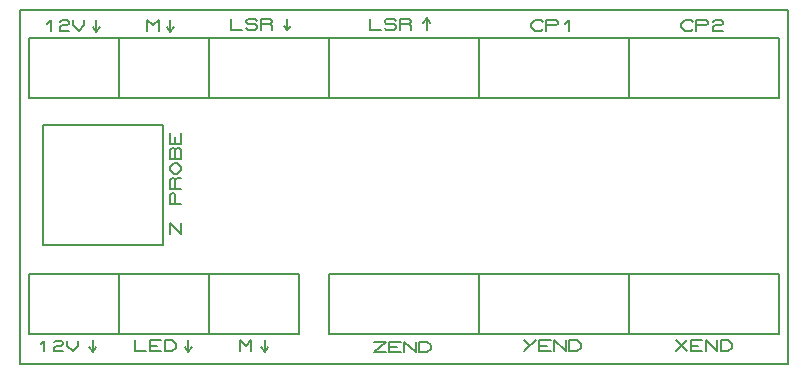
<source format=gbr>
G04 PROTEUS RS274X GERBER FILE*
%FSLAX45Y45*%
%MOMM*%
G01*
%ADD17C,0.203200*%
D17*
X-3250000Y-1500000D02*
X+3250000Y-1500000D01*
X+3250000Y+1500000D01*
X-3250000Y+1500000D01*
X-3250000Y-1500000D01*
X-3062000Y-495000D02*
X-2046000Y-495000D01*
X-3062000Y+521000D02*
X-2046000Y+521000D01*
X-2046000Y-495000D02*
X-2046000Y+521000D01*
X-3062000Y-495000D02*
X-3062000Y+521000D01*
X-1984080Y-401500D02*
X-1984080Y-306250D01*
X-1892640Y-401500D01*
X-1892640Y-306250D01*
X-1892640Y-147500D02*
X-1984080Y-147500D01*
X-1984080Y-68125D01*
X-1968840Y-52250D01*
X-1953600Y-52250D01*
X-1938360Y-68125D01*
X-1938360Y-147500D01*
X-1892640Y-20500D02*
X-1984080Y-20500D01*
X-1984080Y+58875D01*
X-1968840Y+74750D01*
X-1953600Y+74750D01*
X-1938360Y+58875D01*
X-1938360Y-20500D01*
X-1938360Y+58875D02*
X-1923120Y+74750D01*
X-1892640Y+74750D01*
X-1953600Y+106500D02*
X-1984080Y+138250D01*
X-1984080Y+170000D01*
X-1953600Y+201750D01*
X-1923120Y+201750D01*
X-1892640Y+170000D01*
X-1892640Y+138250D01*
X-1923120Y+106500D01*
X-1953600Y+106500D01*
X-1892640Y+233500D02*
X-1984080Y+233500D01*
X-1984080Y+312875D01*
X-1968840Y+328750D01*
X-1953600Y+328750D01*
X-1938360Y+312875D01*
X-1923120Y+328750D01*
X-1907880Y+328750D01*
X-1892640Y+312875D01*
X-1892640Y+233500D01*
X-1938360Y+233500D02*
X-1938360Y+312875D01*
X-1892640Y+455750D02*
X-1892640Y+360500D01*
X-1984080Y+360500D01*
X-1984080Y+455750D01*
X-1938360Y+360500D02*
X-1938360Y+424000D01*
X-3179000Y+748000D02*
X-2417000Y+748000D01*
X-2417000Y+1256000D01*
X-3179000Y+1256000D01*
X-3179000Y+748000D01*
X-3026750Y+1380600D02*
X-2995000Y+1411080D01*
X-2995000Y+1319640D01*
X-2915625Y+1395840D02*
X-2899750Y+1411080D01*
X-2852125Y+1411080D01*
X-2836250Y+1395840D01*
X-2836250Y+1380600D01*
X-2852125Y+1365360D01*
X-2899750Y+1365360D01*
X-2915625Y+1350120D01*
X-2915625Y+1319640D01*
X-2836250Y+1319640D01*
X-2804500Y+1411080D02*
X-2804500Y+1365360D01*
X-2756875Y+1319640D01*
X-2709250Y+1365360D01*
X-2709250Y+1411080D01*
X-2417000Y+748000D02*
X-1655000Y+748000D01*
X-1655000Y+1256000D01*
X-2417000Y+1256000D01*
X-2417000Y+748000D01*
X-2176000Y+1319640D02*
X-2176000Y+1411080D01*
X-2128375Y+1365360D01*
X-2080750Y+1411080D01*
X-2080750Y+1319640D01*
X-1655000Y+748000D02*
X-639000Y+748000D01*
X-639000Y+1256000D01*
X-1655000Y+1256000D01*
X-1655000Y+748000D01*
X-1467500Y+1421080D02*
X-1467500Y+1329640D01*
X-1372250Y+1329640D01*
X-1340500Y+1344880D02*
X-1324625Y+1329640D01*
X-1261125Y+1329640D01*
X-1245250Y+1344880D01*
X-1245250Y+1360120D01*
X-1261125Y+1375360D01*
X-1324625Y+1375360D01*
X-1340500Y+1390600D01*
X-1340500Y+1405840D01*
X-1324625Y+1421080D01*
X-1261125Y+1421080D01*
X-1245250Y+1405840D01*
X-1213500Y+1329640D02*
X-1213500Y+1421080D01*
X-1134125Y+1421080D01*
X-1118250Y+1405840D01*
X-1118250Y+1390600D01*
X-1134125Y+1375360D01*
X-1213500Y+1375360D01*
X-1134125Y+1375360D02*
X-1118250Y+1360120D01*
X-1118250Y+1329640D01*
X-639000Y+748000D02*
X+631000Y+748000D01*
X+631000Y+1256000D01*
X-639000Y+1256000D01*
X-639000Y+748000D01*
X-294500Y+1421080D02*
X-294500Y+1329640D01*
X-199250Y+1329640D01*
X-167500Y+1344880D02*
X-151625Y+1329640D01*
X-88125Y+1329640D01*
X-72250Y+1344880D01*
X-72250Y+1360120D01*
X-88125Y+1375360D01*
X-151625Y+1375360D01*
X-167500Y+1390600D01*
X-167500Y+1405840D01*
X-151625Y+1421080D01*
X-88125Y+1421080D01*
X-72250Y+1405840D01*
X-40500Y+1329640D02*
X-40500Y+1421080D01*
X+38875Y+1421080D01*
X+54750Y+1405840D01*
X+54750Y+1390600D01*
X+38875Y+1375360D01*
X-40500Y+1375360D01*
X+38875Y+1375360D02*
X+54750Y+1360120D01*
X+54750Y+1329640D01*
X+631000Y+748000D02*
X+1901000Y+748000D01*
X+1901000Y+1256000D01*
X+631000Y+1256000D01*
X+631000Y+748000D01*
X+1170750Y+1334880D02*
X+1154875Y+1319640D01*
X+1107250Y+1319640D01*
X+1075500Y+1350120D01*
X+1075500Y+1380600D01*
X+1107250Y+1411080D01*
X+1154875Y+1411080D01*
X+1170750Y+1395840D01*
X+1202500Y+1319640D02*
X+1202500Y+1411080D01*
X+1281875Y+1411080D01*
X+1297750Y+1395840D01*
X+1297750Y+1380600D01*
X+1281875Y+1365360D01*
X+1202500Y+1365360D01*
X+1361250Y+1380600D02*
X+1393000Y+1411080D01*
X+1393000Y+1319640D01*
X+1901000Y+748000D02*
X+3171000Y+748000D01*
X+3171000Y+1256000D01*
X+1901000Y+1256000D01*
X+1901000Y+748000D01*
X+2440750Y+1334880D02*
X+2424875Y+1319640D01*
X+2377250Y+1319640D01*
X+2345500Y+1350120D01*
X+2345500Y+1380600D01*
X+2377250Y+1411080D01*
X+2424875Y+1411080D01*
X+2440750Y+1395840D01*
X+2472500Y+1319640D02*
X+2472500Y+1411080D01*
X+2551875Y+1411080D01*
X+2567750Y+1395840D01*
X+2567750Y+1380600D01*
X+2551875Y+1365360D01*
X+2472500Y+1365360D01*
X+2615375Y+1395840D02*
X+2631250Y+1411080D01*
X+2678875Y+1411080D01*
X+2694750Y+1395840D01*
X+2694750Y+1380600D01*
X+2678875Y+1365360D01*
X+2631250Y+1365360D01*
X+2615375Y+1350120D01*
X+2615375Y+1319640D01*
X+2694750Y+1319640D01*
X+1906000Y-1244000D02*
X+3176000Y-1244000D01*
X+3176000Y-736000D01*
X+1906000Y-736000D01*
X+1906000Y-1244000D01*
X+2297000Y-1300920D02*
X+2392250Y-1392360D01*
X+2297000Y-1392360D02*
X+2392250Y-1300920D01*
X+2519250Y-1392360D02*
X+2424000Y-1392360D01*
X+2424000Y-1300920D01*
X+2519250Y-1300920D01*
X+2424000Y-1346640D02*
X+2487500Y-1346640D01*
X+2551000Y-1392360D02*
X+2551000Y-1300920D01*
X+2646250Y-1392360D01*
X+2646250Y-1300920D01*
X+2678000Y-1392360D02*
X+2678000Y-1300920D01*
X+2741500Y-1300920D01*
X+2773250Y-1331400D01*
X+2773250Y-1361880D01*
X+2741500Y-1392360D01*
X+2678000Y-1392360D01*
X+636000Y-1244000D02*
X+1906000Y-1244000D01*
X+1906000Y-736000D01*
X+636000Y-736000D01*
X+636000Y-1244000D01*
X+1112250Y-1300920D02*
X+1017000Y-1392360D01*
X+1017000Y-1300920D02*
X+1064625Y-1346640D01*
X+1239250Y-1392360D02*
X+1144000Y-1392360D01*
X+1144000Y-1300920D01*
X+1239250Y-1300920D01*
X+1144000Y-1346640D02*
X+1207500Y-1346640D01*
X+1271000Y-1392360D02*
X+1271000Y-1300920D01*
X+1366250Y-1392360D01*
X+1366250Y-1300920D01*
X+1398000Y-1392360D02*
X+1398000Y-1300920D01*
X+1461500Y-1300920D01*
X+1493250Y-1331400D01*
X+1493250Y-1361880D01*
X+1461500Y-1392360D01*
X+1398000Y-1392360D01*
X-634000Y-1244000D02*
X+636000Y-1244000D01*
X+636000Y-736000D01*
X-634000Y-736000D01*
X-634000Y-1244000D01*
X-253000Y-1310920D02*
X-157750Y-1310920D01*
X-253000Y-1402360D01*
X-157750Y-1402360D01*
X-30750Y-1402360D02*
X-126000Y-1402360D01*
X-126000Y-1310920D01*
X-30750Y-1310920D01*
X-126000Y-1356640D02*
X-62500Y-1356640D01*
X+1000Y-1402360D02*
X+1000Y-1310920D01*
X+96250Y-1402360D01*
X+96250Y-1310920D01*
X+128000Y-1402360D02*
X+128000Y-1310920D01*
X+191500Y-1310920D01*
X+223250Y-1341400D01*
X+223250Y-1371880D01*
X+191500Y-1402360D01*
X+128000Y-1402360D01*
X-2417000Y-1244600D02*
X-1655000Y-1244600D01*
X-1655000Y-736600D01*
X-2417000Y-736600D01*
X-2417000Y-1244600D01*
X-2281900Y-1300900D02*
X-2281900Y-1392340D01*
X-2186650Y-1392340D01*
X-2059650Y-1392340D02*
X-2154900Y-1392340D01*
X-2154900Y-1300900D01*
X-2059650Y-1300900D01*
X-2154900Y-1346620D02*
X-2091400Y-1346620D01*
X-2027900Y-1392340D02*
X-2027900Y-1300900D01*
X-1964400Y-1300900D01*
X-1932650Y-1331380D01*
X-1932650Y-1361860D01*
X-1964400Y-1392340D01*
X-2027900Y-1392340D01*
X-1655000Y-1244600D02*
X-893000Y-1244600D01*
X-893000Y-736600D01*
X-1655000Y-736600D01*
X-1655000Y-1244600D01*
X-1390500Y-1392960D02*
X-1390500Y-1301520D01*
X-1342875Y-1347240D01*
X-1295250Y-1301520D01*
X-1295250Y-1392960D01*
X-3175000Y-1244600D02*
X-2413000Y-1244600D01*
X-2413000Y-736600D01*
X-3175000Y-736600D01*
X-3175000Y-1244600D01*
X-3079250Y-1333500D02*
X-3047500Y-1303020D01*
X-3047500Y-1394460D01*
X-2968125Y-1318260D02*
X-2952250Y-1303020D01*
X-2904625Y-1303020D01*
X-2888750Y-1318260D01*
X-2888750Y-1333500D01*
X-2904625Y-1348740D01*
X-2952250Y-1348740D01*
X-2968125Y-1363980D01*
X-2968125Y-1394460D01*
X-2888750Y-1394460D01*
X-2857000Y-1303020D02*
X-2857000Y-1348740D01*
X-2809375Y-1394460D01*
X-2761750Y-1348740D01*
X-2761750Y-1303020D01*
X-2610000Y+1410000D02*
X-2610000Y+1310000D01*
X-2640000Y+1350000D01*
X-2610000Y+1310000D02*
X-2580000Y+1350000D01*
X-1980000Y+1410000D02*
X-1980000Y+1310000D01*
X-2010000Y+1350000D01*
X-1980000Y+1310000D02*
X-1950000Y+1350000D01*
X-990000Y+1424140D02*
X-990000Y+1324140D01*
X-1020000Y+1364140D01*
X-990000Y+1324140D02*
X-960000Y+1364140D01*
X-2640000Y-1300000D02*
X-2640000Y-1400000D01*
X-2670000Y-1360000D01*
X-2640000Y-1400000D02*
X-2610000Y-1360000D01*
X-1830000Y-1300000D02*
X-1830000Y-1400000D01*
X-1860000Y-1360000D01*
X-1830000Y-1400000D02*
X-1800000Y-1360000D01*
X-1180000Y-1300000D02*
X-1180000Y-1400000D01*
X-1210000Y-1360000D01*
X-1180000Y-1400000D02*
X-1150000Y-1360000D01*
X+190000Y+1330000D02*
X+190000Y+1430000D01*
X+160000Y+1390000D01*
X+190000Y+1430000D02*
X+220000Y+1390000D01*
M02*

</source>
